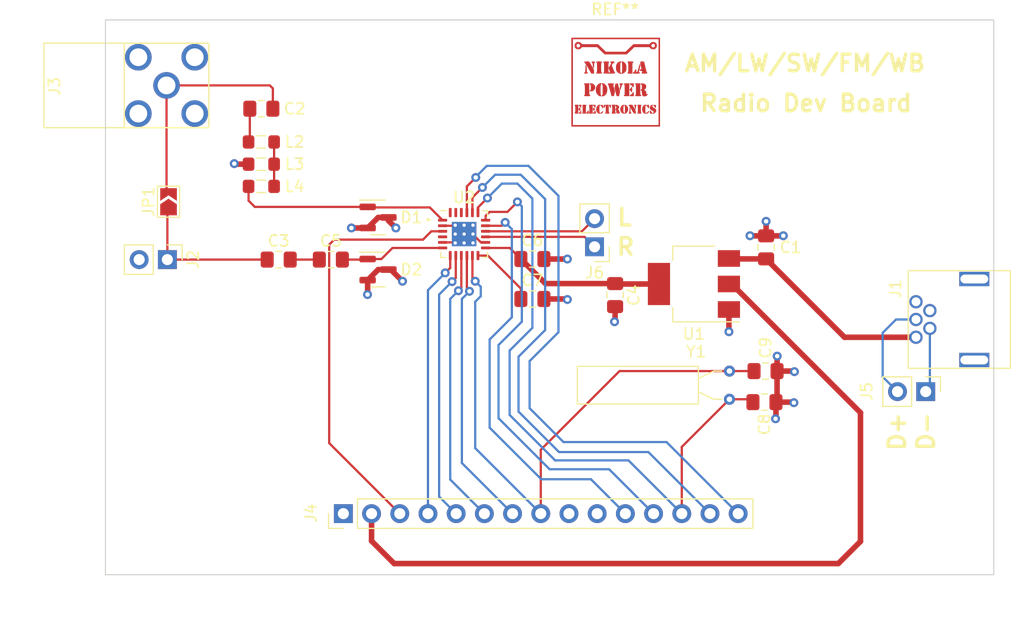
<source format=kicad_pcb>
(kicad_pcb (version 20211014) (generator pcbnew)
  (layers (0 "F.Cu" signal) (1 "In1.Cu" signal) (2 "In2.Cu" signal) (31 "B.Cu" signal) (34 "B.Paste" user) (35 "F.Paste" user) (36 "B.SilkS" user "B.Silkscreen") (37 "F.SilkS" user "F.Silkscreen") (38 "B.Mask" user) (39 "F.Mask" user) (44 "Edge.Cuts" user))
  (net 0 "")
  (net 1 "GND")
  (net 2 "Net-(C2-Pad1)")
  (net 3 "Net-(C2-Pad2)")
  (net 4 "VDD")
  (net 5 "AMI")
  (net 6 "DCLK")
  (net 7 "RCLK")
  (net 8 "FMI")
  (net 9 "Net-(C1-Pad1)")
  (net 10 "Net-(C3-Pad1)")
  (net 13 "AGC")
  (net 14 "RST")
  (net 15 "SEN")
  (net 16 "SCL")
  (net 17 "SDA")
  (net 18 "AGC2")
  (net 19 "INT")
  (net 20 "DOUT")
  (net 21 "DFS")
  (net 22 "LOUT")
  (net 23 "ROUT")
  (net 24 "Net-(L2-Pad2)")
  (net 25 "Net-(U2-Pad22)")
  (net 26 "Net-(C3-Pad2)")
  (net 27 "Net-(J1-Pad2)")
  (net 28 "Net-(J1-Pad3)")
  (footprint "Jumper:SolderJumper-2_P1.3mm_Open_TrianglePad1.0x1.5mm" (layer "F.Cu") (at 106.68 74.385 90)
    (fp_text reference "JP1")
    (fp_text value "SolderJumper_2_Open")
  )
  (footprint "Package_TO_SOT_SMD:SOT-23" (layer "F.Cu") (at 125.55 75.8)
    (fp_text reference "D1")
    (fp_text value "CM1213A-01SO")
  )
  (footprint "Package_TO_SOT_SMD:SOT-23" (layer "F.Cu") (at 125.55 80.5)
    (fp_text reference "D2")
    (fp_text value "CM1213A-01SO")
  )
  (footprint "Capacitor_SMD:C_0805_2012Metric_Pad1.18x1.45mm_HandSolder" (layer "F.Cu") (at 160.5 78.5 90)
    (fp_text reference "C1")
    (fp_text value "100uf")
  )
  (footprint "Connector_PinHeader_2.54mm:PinHeader_1x02_P2.54mm_Vertical" (layer "F.Cu") (at 106.575 79.6 -90)
    (fp_text reference "J2")
    (fp_text value "AM ANT")
  )
  (footprint "Connector-USB:54-00019" (layer "F.Cu") (at 174 85)
    (fp_text reference "J1")
    (fp_text value "USB_B_Mini")
  )
  (footprint "Package_TO_SOT_SMD:SOT-223-3_TabPin2" (layer "F.Cu") (at 154 81.8 180)
    (fp_text reference "U1")
    (fp_text value "AMS1117-3.3")
  )
  (footprint "Capacitor_SMD:C_0805_2012Metric_Pad1.18x1.45mm_HandSolder" (layer "F.Cu") (at 139.45 83.15)
    (fp_text reference "C7")
    (fp_text value "100uf")
  )
  (footprint "Capacitor_SMD:C_0805_2012Metric_Pad1.18x1.45mm_HandSolder" (layer "F.Cu") (at 115.0375 66 180)
    (fp_text reference "C2")
    (fp_text value "18pf")
  )
  (footprint "Connector_PinHeader_2.54mm:PinHeader_1x15_P2.54mm_Vertical" (layer "F.Cu") (at 122.425 102.5 90)
    (fp_text reference "J4")
    (fp_text value "Interface Conn")
  )
  (footprint "Capacitor_SMD:C_0805_2012Metric_Pad1.18x1.45mm_HandSolder" (layer "F.Cu") (at 160.45 89.65)
    (fp_text reference "C9")
    (fp_text value "18pf")
  )
  (footprint "Connector_PinHeader_2.54mm:PinHeader_1x02_P2.54mm_Vertical" (layer "F.Cu") (at 174.875 91.5 -90)
    (fp_text reference "J5")
    (fp_text value "USB IN")
  )
  (footprint "Inductor_SMD:L_0805_2012Metric_Pad1.05x1.20mm_HandSolder" (layer "F.Cu") (at 115.0375 71 180)
    (fp_text reference "L3")
    (fp_text value "120nh")
  )
  (footprint "Inductor_SMD:L_0805_2012Metric_Pad1.05x1.20mm_HandSolder" (layer "F.Cu") (at 115.0375 69)
    (fp_text reference "L2")
    (fp_text value "100nh")
  )
  (footprint "Capacitor_SMD:C_0805_2012Metric_Pad1.18x1.45mm_HandSolder" (layer "F.Cu") (at 121.3 79.6)
    (fp_text reference "C5")
    (fp_text value "470nf")
  )
  (footprint "RF-Radio Receiver:SI474x" (layer "F.Cu") (at 133.3 77.3)
    (fp_text reference "U2")
    (fp_text value "SI4743")
  )
  (footprint "Crystal:Crystal_AT310_D3.0mm_L10.0mm_Horizontal" (layer "F.Cu") (at 157.2 89.65 -90)
    (fp_text reference "Y1")
    (fp_text value "32.768khz")
  )
  (footprint "Connector-RF:0731000114" (layer "F.Cu") (at 106.5 63.9 90)
    (fp_text reference "J3")
    (fp_text value "FM Ant.")
  )
  (footprint "Logos-User:Nikola_Power_Electronics_Copper_Logo" (layer "F.Cu") (at 146.9 57.55)
    (fp_text reference "REF**")
    (fp_text value "Nikola_Power_Electronics_Copper_Logo")
  )
  (footprint "Capacitor_SMD:C_0805_2012Metric_Pad1.18x1.45mm_HandSolder" (layer "F.Cu") (at 139.45 79.55)
    (fp_text reference "C6")
    (fp_text value "100uf")
  )
  (footprint "Capacitor_SMD:C_0805_2012Metric_Pad1.18x1.45mm_HandSolder" (layer "F.Cu") (at 116.6 79.6)
    (fp_text reference "C3")
    (fp_text value "33pf")
  )
  (footprint "Capacitor_SMD:C_0805_2012Metric_Pad1.18x1.45mm_HandSolder" (layer "F.Cu") (at 160.35 92.45)
    (fp_text reference "C8")
    (fp_text value "18pf")
  )
  (footprint "Inductor_SMD:L_0805_2012Metric_Pad1.05x1.20mm_HandSolder" (layer "F.Cu") (at 115.0375 73 180)
    (fp_text reference "L4")
    (fp_text value "150nh")
  )
  (footprint "Capacitor_SMD:C_0805_2012Metric_Pad1.18x1.45mm_HandSolder" (layer "F.Cu") (at 146.9 82.8 -90)
    (fp_text reference "C4")
    (fp_text value "100uf")
  )
  (footprint "Connector_PinHeader_2.54mm:PinHeader_1x02_P2.54mm_Vertical" (layer "F.Cu") (at 145.05 78.45 180)
    (fp_text reference "J6")
    (fp_text value "Analog Audio ")
  )
  (gr_line (start 181 105) (end 181 108) (layer "Edge.Cuts") (width 0.1))
  (gr_line (start 101 108) (end 101 105) (layer "Edge.Cuts") (width 0.1))
  (gr_line (start 101 105) (end 101 60) (layer "Edge.Cuts") (width 0.1))
  (gr_line (start 181 60) (end 181 105) (layer "Edge.Cuts") (width 0.1))
  (gr_line (start 101 58) (end 181 58) (layer "Edge.Cuts") (width 0.1))
  (gr_line (start 101 60) (end 101 58) (layer "Edge.Cuts") (width 0.1))
  (gr_line (start 181 108) (end 101 108) (layer "Edge.Cuts") (width 0.1))
  (gr_line (start 181 58) (end 181 60) (layer "Edge.Cuts") (width 0.1))
  (gr_text "Radio Dev Board" (at 164.1 65.5) (layer "F.SilkS") (effects (font (size 1.5 1.5) (thickness 0.3))))
  (gr_text "D-" (at 174.9 95.1 90) (layer "F.SilkS") (effects (font (size 1.5 1.5) (thickness 0.3))))
  (gr_text "AM/LW/SW/FM/WB" (at 164 61.9) (layer "F.SilkS") (effects (font (size 1.5 1.5) (thickness 0.3))))
  (gr_text "R" (at 147.85 78.45) (layer "F.SilkS") (effects (font (size 1.5 1.5) (thickness 0.3))))
  (gr_text "L" (at 147.75 75.8) (layer "F.SilkS") (effects (font (size 1.5 1.5) (thickness 0.3))))
  (gr_text "D+" (at 172.3 95.1 90) (layer "F.SilkS") (effects (font (size 1.5 1.5) (thickness 0.3))))
  (segment (start 134.063027 77.3) (end 133.3 77.3) (width 0.2) (layer "F.Cu") (net 1))
  (segment (start 126.7 80.5) (end 127.75 81.55) (width 0.5) (layer "F.Cu") (net 1))
  (segment (start 162.0375 77.4625) (end 162.05 77.45) (width 0.5) (layer "F.Cu") (net 1))
  (segment (start 112.65 71) (end 112.6 70.95) (width 0.5) (layer "F.Cu") (net 1))
  (segment (start 113.8875 71) (end 112.65 71) (width 0.5) (layer "F.Cu") (net 1))
  (segment (start 126.4875 80.5) (end 125.5625 80.5) (width 0.5) (layer "F.Cu") (net 1))
  (segment (start 132.55 76.55) (end 133.3 77.3) (width 0.2) (layer "F.Cu") (net 1))
  (segment (start 126.4875 75.8) (end 126.4875 76.0875) (width 0.5) (layer "F.Cu") (net 1))
  (segment (start 161.4875 89.65) (end 161.4875 92.35) (width 0.5) (layer "F.Cu") (net 1))
  (segment (start 142.55 83.15) (end 142.6 83.2) (width 0.5) (layer "F.Cu") (net 1))
  (segment (start 140.4875 83.15) (end 142.55 83.15) (width 0.5) (layer "F.Cu") (net 1))
  (segment (start 124.6125 82.7375) (end 124.6 82.75) (width 0.5) (layer "F.Cu") (net 1))
  (segment (start 140.4875 79.55) (end 142.6 79.55) (width 0.5) (layer "F.Cu") (net 1))
  (segment (start 125.5625 75.8) (end 124.6125 76.75) (width 0.5) (layer "F.Cu") (net 1))
  (segment (start 161.3875 92.45) (end 162.95 92.45) (width 0.5) (layer "F.Cu") (net 1))
  (segment (start 134.813027 78.05) (end 134.063027 77.3) (width 0.2) (layer "F.Cu") (net 1))
  (segment (start 160.5 77.4625) (end 160.5 76.15) (width 0.5) (layer "F.Cu") (net 1))
  (segment (start 131.3625 76.55) (end 132.55 76.55) (width 0.2) (layer "F.Cu") (net 1))
  (segment (start 160.5 77.4625) (end 162.0375 77.4625) (width 0.5) (layer "F.Cu") (net 1))
  (segment (start 124.6125 81.45) (end 124.6125 82.7375) (width 0.5) (layer "F.Cu") (net 1))
  (segment (start 124.6125 76.75) (end 123.15 76.75) (width 0.5) (layer "F.Cu") (net 1))
  (segment (start 161.3875 93.9125) (end 161.35 93.95) (width 0.5) (layer "F.Cu") (net 1))
  (segment (start 161.4875 89.65) (end 161.4875 88.3125) (width 0.5) (layer "F.Cu") (net 1))
  (segment (start 126.4875 76.0875) (end 127.15 76.75) (width 0.5) (layer "F.Cu") (net 1))
  (segment (start 146.9 83.8375) (end 146.9 85.15) (width 0.5) (layer "F.Cu") (net 1))
  (segment (start 161.4875 88.3125) (end 161.5 88.3) (width 0.5) (layer "F.Cu") (net 1))
  (segment (start 161.4875 92.35) (end 161.3875 92.45) (width 0.5) (layer "F.Cu") (net 1))
  (segment (start 161.4875 89.65) (end 163 89.65) (width 0.5) (layer "F.Cu") (net 1))
  (segment (start 159.0625 77.4625) (end 159.05 77.45) (width 0.5) (layer "F.Cu") (net 1))
  (segment (start 135.2375 78.05) (end 134.813027 78.05) (width 0.2) (layer "F.Cu") (net 1))
  (segment (start 125.5625 80.5) (end 124.6125 81.45) (width 0.5) (layer "F.Cu") (net 1))
  (segment (start 146.9 85.15) (end 146.85 85.2) (width 0.5) (layer "F.Cu") (net 1))
  (segment (start 161.3875 92.45) (end 161.3875 93.9125) (width 0.5) (layer "F.Cu") (net 1))
  (segment (start 163 89.65) (end 163.05 89.7) (width 0.5) (layer "F.Cu") (net 1))
  (segment (start 157.15 84.1) (end 157.15 86.1) (width 0.5) (layer "F.Cu") (net 1))
  (segment (start 126.4875 80.5) (end 126.7 80.5) (width 0.5) (layer "F.Cu") (net 1))
  (segment (start 132.55 78.05) (end 133.3 77.3) (width 0.2) (layer "F.Cu") (net 1))
  (segment (start 162.95 92.45) (end 163 92.5) (width 0.5) (layer "F.Cu") (net 1))
  (segment (start 131.3625 78.05) (end 132.55 78.05) (width 0.2) (layer "F.Cu") (net 1))
  (segment (start 126.4875 75.8) (end 125.5625 75.8) (width 0.5) (layer "F.Cu") (net 1))
  (segment (start 160.5 77.4625) (end 159.0625 77.4625) (width 0.5) (layer "F.Cu") (net 1))
  (via (at 123.15 76.75) (size 0.8) (drill 0.4) (layers "F.Cu" "B.Cu") (net 1))
  (via (at 146.85 85.2) (size 0.8) (drill 0.4) (layers "F.Cu" "B.Cu") (net 1))
  (via (at 142.6 83.2) (size 0.8) (drill 0.4) (layers "F.Cu" "B.Cu") (net 1))
  (via (at 112.6 70.95) (size 0.8) (drill 0.4) (layers "F.Cu" "B.Cu") (net 1))
  (via (at 163 92.5) (size 0.8) (drill 0.4) (layers "F.Cu" "B.Cu") (net 1))
  (via (at 127.75 81.55) (size 0.8) (drill 0.4) (layers "F.Cu" "B.Cu") (net 1))
  (via (at 157.15 86.1) (size 0.8) (drill 0.4) (layers "F.Cu" "B.Cu") (net 1))
  (via (at 127.15 76.75) (size 0.8) (drill 0.4) (layers "F.Cu" "B.Cu") (net 1))
  (via (at 161.35 93.95) (size 0.8) (drill 0.4) (layers "F.Cu" "B.Cu") (net 1))
  (via (at 163.05 89.7) (size 0.8) (drill 0.4) (layers "F.Cu" "B.Cu") (net 1))
  (via (at 142.6 79.55) (size 0.8) (drill 0.4) (layers "F.Cu" "B.Cu") (net 1))
  (via (at 124.6 82.75) (size 0.8) (drill 0.4) (layers "F.Cu" "B.Cu") (net 1))
  (via (at 159.05 77.45) (size 0.8) (drill 0.4) (layers "F.Cu" "B.Cu") (net 1))
  (via (at 162.05 77.45) (size 0.8) (drill 0.4) (layers "F.Cu" "B.Cu") (net 1))
  (via (at 161.5 88.3) (size 0.8) (drill 0.4) (layers "F.Cu" "B.Cu") (net 1))
  (via (at 160.5 76.15) (size 0.8) (drill 0.4) (layers "F.Cu" "B.Cu") (net 1))
  (segment (start 116.075 64.175) (end 115.8 63.9) (width 0.2) (layer "F.Cu") (net 2))
  (segment (start 115.8 63.9) (end 106.5 63.9) (width 0.2) (layer "F.Cu") (net 2))
  (segment (start 106.5 73.48) (end 106.68 73.66) (width 0.2) (layer "F.Cu") (net 2))
  (segment (start 116.075 66) (end 116.075 64.175) (width 0.2) (layer "F.Cu") (net 2))
  (segment (start 106.5 63.9) (end 106.5 73.48) (width 0.2) (layer "F.Cu") (net 2))
  (segment (start 114 66) (end 114 68.8875) (width 0.2) (layer "F.Cu") (net 3))
  (segment (start 114 68.8875) (end 113.8875 69) (width 0.2) (layer "F.Cu") (net 3))
  (segment (start 138.4125 82.2125) (end 138.4125 83.15) (width 0.2) (layer "F.Cu") (net 4))
  (segment (start 146.9375 81.8) (end 146.9 81.7625) (width 0.5) (layer "F.Cu") (net 4))
  (segment (start 146.9 81.7625) (end 140.625 81.7625) (width 0.5) (layer "F.Cu") (net 4))
  (segment (start 140.625 81.7625) (end 138.4125 79.55) (width 0.5) (layer "F.Cu") (net 4))
  (segment (start 157.4 81.8) (end 169 93.4) (width 0.5) (layer "F.Cu") (net 4))
  (segment (start 124.965 104.965) (end 124.965 102.5) (width 0.5) (layer "F.Cu") (net 4))
  (segment (start 137.4125 78.55) (end 138.4125 79.55) (width 0.2) (layer "F.Cu") (net 4))
  (segment (start 167 107) (end 127 107) (width 0.5) (layer "F.Cu") (net 4))
  (segment (start 135.4375 79.2375) (end 138.4125 82.2125) (width 0.2) (layer "F.Cu") (net 4))
  (segment (start 134.55 79.2375) (end 135.4375 79.2375) (width 0.2) (layer "F.Cu") (net 4))
  (segment (start 150.85 81.8) (end 146.9375 81.8) (width 0.5) (layer "F.Cu") (net 4))
  (segment (start 169 105) (end 167 107) (width 0.5) (layer "F.Cu") (net 4))
  (segment (start 135.2375 78.55) (end 137.4125 78.55) (width 0.2) (layer "F.Cu") (net 4))
  (segment (start 127 107) (end 124.965 104.965) (width 0.5) (layer "F.Cu") (net 4))
  (segment (start 157.15 81.8) (end 157.4 81.8) (width 0.5) (layer "F.Cu") (net 4))
  (segment (start 169 93.4) (end 169 105) (width 0.5) (layer "F.Cu") (net 4))
  (segment (start 124.5625 79.6) (end 124.6125 79.55) (width 0.2) (layer "F.Cu") (net 5))
  (segment (start 125.85 79.55) (end 124.6125 79.55) (width 0.2) (layer "F.Cu") (net 5))
  (segment (start 131.3625 78.55) (end 126.85 78.55) (width 0.2) (layer "F.Cu") (net 5))
  (segment (start 122.3375 79.6) (end 124.5625 79.6) (width 0.2) (layer "F.Cu") (net 5))
  (segment (start 126.85 78.55) (end 125.85 79.55) (width 0.2) (layer "F.Cu") (net 5))
  (segment (start 152.905 96.485) (end 157.2 92.19) (width 0.2) (layer "F.Cu") (net 6))
  (segment (start 134.55 74.9) (end 135.4 74.05) (width 0.2) (layer "F.Cu") (net 6))
  (segment (start 152.905 102.5) (end 152.905 96.485) (width 0.2) (layer "F.Cu") (net 6))
  (segment (start 157.2 92.19) (end 159.0525 92.19) (width 0.2) (layer "F.Cu") (net 6))
  (segment (start 134.55 75.3625) (end 134.55 74.9) (width 0.2) (layer "F.Cu") (net 6))
  (segment (start 159.0525 92.19) (end 159.3125 92.45) (width 0.2) (layer "F.Cu") (net 6))
  (via (at 135.4 74.05) (size 0.8) (drill 0.4) (layers "F.Cu" "B.Cu") (net 6))
  (segment (start 135.4 74.05) (end 136.7 72.75) (width 0.2) (layer "B.Cu") (net 6))
  (segment (start 139.45 74.1) (end 139.45 85.75) (width 0.2) (layer "B.Cu") (net 6))
  (segment (start 137.4 87.8) (end 137.4 93.6) (width 0.2) (layer "B.Cu") (net 6))
  (segment (start 138.1 72.75) (end 139.45 74.1) (width 0.2) (layer "B.Cu") (net 6))
  (segment (start 148.105 97.7) (end 152.905 102.5) (width 0.2) (layer "B.Cu") (net 6))
  (segment (start 141.5 97.7) (end 148.105 97.7) (width 0.2) (layer "B.Cu") (net 6))
  (segment (start 137.4 93.6) (end 141.5 97.7) (width 0.2) (layer "B.Cu") (net 6))
  (segment (start 139.45 85.75) (end 137.4 87.8) (width 0.2) (layer "B.Cu") (net 6))
  (segment (start 136.7 72.75) (end 138.1 72.75) (width 0.2) (layer "B.Cu") (net 6))
  (segment (start 140.205 102.5) (end 140.205 96.745) (width 0.2) (layer "F.Cu") (net 7))
  (segment (start 147.3 89.65) (end 157.2 89.65) (width 0.2) (layer "F.Cu") (net 7))
  (segment (start 134.05 81.3) (end 134.3 81.55) (width 0.2) (layer "F.Cu") (net 7))
  (segment (start 134.05 79.2375) (end 134.05 81.3) (width 0.2) (layer "F.Cu") (net 7))
  (segment (start 140.205 96.745) (end 147.3 89.65) (width 0.2) (layer "F.Cu") (net 7))
  (segment (start 157.2 89.65) (end 159.4125 89.65) (width 0.2) (layer "F.Cu") (net 7))
  (via (at 134.3 81.55) (size 0.8) (drill 0.4) (layers "F.Cu" "B.Cu") (net 7))
  (segment (start 134.3 96.595) (end 140.205 102.5) (width 0.2) (layer "B.Cu") (net 7))
  (segment (start 134.3 83.4) (end 134.3 96.595) (width 0.2) (layer "B.Cu") (net 7))
  (segment (start 134.3 81.55) (end 134.8 82.05) (width 0.2) (layer "B.Cu") (net 7))
  (segment (start 134.8 82.05) (end 134.8 82.9) (width 0.2) (layer "B.Cu") (net 7))
  (segment (start 134.8 82.9) (end 134.3 83.4) (width 0.2) (layer "B.Cu") (net 7))
  (segment (start 131.3625 76.05) (end 130.2125 74.9) (width 0.2) (layer "F.Cu") (net 8))
  (segment (start 114.45 74.85) (end 124.6125 74.85) (width 0.2) (layer "F.Cu") (net 8))
  (segment (start 130.2125 74.9) (end 124.6625 74.9) (width 0.2) (layer "F.Cu") (net 8))
  (segment (start 113.8875 74.2875) (end 114.45 74.85) (width 0.2) (layer "F.Cu") (net 8))
  (segment (start 113.8875 73) (end 113.8875 74.2875) (width 0.2) (layer "F.Cu") (net 8))
  (segment (start 124.6625 74.9) (end 124.6125 74.85) (width 0.2) (layer "F.Cu") (net 8))
  (segment (start 174 86.6) (end 167.5625 86.6) (width 0.5) (layer "F.Cu") (net 9))
  (segment (start 167.5625 86.6) (end 160.5 79.5375) (width 0.5) (layer "F.Cu") (net 9))
  (segment (start 160.5 79.5375) (end 157.1875 79.5375) (width 0.5) (layer "F.Cu") (net 9))
  (segment (start 157.1875 79.5375) (end 157.15 79.5) (width 0.5) (layer "F.Cu") (net 9))
  (segment (start 106.68 75.11) (end 106.575 75.215) (width 0.2) (layer "F.Cu") (net 10))
  (segment (start 106.575 75.215) (end 106.575 79.6) (width 0.2) (layer "F.Cu") (net 10))
  (segment (start 106.575 79.6) (end 115.5625 79.6) (width 0.2) (layer "F.Cu") (net 10))
  (segment (start 130.35 77.05) (end 129.6 77.8) (width 0.2) (layer "F.Cu") (net 13))
  (segment (start 129.6 77.8) (end 121.6 77.8) (width 0.2) (layer "F.Cu") (net 13))
  (segment (start 131.3625 77.05) (end 130.35 77.05) (width 0.2) (layer "F.Cu") (net 13))
  (segment (start 121.14952 96.14452) (end 127.505 102.5) (width 0.2) (layer "F.Cu") (net 13))
  (segment (start 121.14952 78.25048) (end 121.14952 96.14452) (width 0.2) (layer "F.Cu") (net 13))
  (segment (start 121.6 77.8) (end 121.14952 78.25048) (width 0.2) (layer "F.Cu") (net 13))
  (segment (start 132.05 79.2375) (end 132.05 80.35) (width 0.2) (layer "F.Cu") (net 14))
  (segment (start 132.05 80.35) (end 131.6 80.8) (width 0.2) (layer "F.Cu") (net 14))
  (via (at 131.6 80.8) (size 0.8) (drill 0.4) (layers "F.Cu" "B.Cu") (net 14))
  (segment (start 130.045 82.355) (end 130.045 102.5) (width 0.2) (layer "B.Cu") (net 14))
  (segment (start 131.6 80.8) (end 130.045 82.355) (width 0.2) (layer "B.Cu") (net 14))
  (segment (start 132.55 81.253441) (end 132.217514 81.585927) (width 0.2) (layer "F.Cu") (net 15))
  (segment (start 132.55 79.2375) (end 132.55 81.253441) (width 0.2) (layer "F.Cu") (net 15))
  (via (at 132.217514 81.585927) (size 0.8) (drill 0.4) (layers "F.Cu" "B.Cu") (net 15))
  (segment (start 131.05 82.75) (end 131.05 100.965) (width 0.2) (layer "B.Cu") (net 15))
  (segment (start 132.082104 81.717896) (end 131.05 82.75) (width 0.2) (layer "B.Cu") (net 15))
  (segment (start 132.085545 81.717896) (end 132.082104 81.717896) (width 0.2) (layer "B.Cu") (net 15))
  (segment (start 132.217514 81.585927) (end 132.085545 81.717896) (width 0.2) (layer "B.Cu") (net 15))
  (segment (start 131.05 100.965) (end 132.585 102.5) (width 0.2) (layer "B.Cu") (net 15))
  (segment (start 133.05 82.143723) (end 132.785056 82.408667) (width 0.2) (layer "F.Cu") (net 16))
  (segment (start 133.05 79.2375) (end 133.05 82.143723) (width 0.2) (layer "F.Cu") (net 16))
  (via (at 132.785056 82.408667) (size 0.8) (drill 0.4) (layers "F.Cu" "B.Cu") (net 16))
  (segment (start 135.125 102.5) (end 132.9125 100.2875) (width 0.2) (layer "B.Cu") (net 16))
  (segment (start 132.785056 82.408667) (end 132.05 83.143723) (width 0.2) (layer "B.Cu") (net 16))
  (segment (start 132.05 99.425) (end 132.9125 100.2875) (width 0.2) (layer "B.Cu") (net 16))
  (segment (start 132.05 83.143723) (end 132.05 99.425) (width 0.2) (layer "B.Cu") (net 16))
  (segment (start 133.55 82.222957) (end 133.783419 82.456376) (width 0.2) (layer "F.Cu") (net 17))
  (segment (start 133.55 79.2375) (end 133.55 82.222957) (width 0.2) (layer "F.Cu") (net 17))
  (via (at 133.783419 82.456376) (size 0.8) (drill 0.4) (layers "F.Cu" "B.Cu") (net 17))
  (segment (start 133.1 83.15) (end 133.1 97.935) (width 0.2) (layer "B.Cu") (net 17))
  (segment (start 133.783419 82.466581) (end 133.1 83.15) (width 0.2) (layer "B.Cu") (net 17))
  (segment (start 133.783419 82.456376) (end 133.783419 82.466581) (width 0.2) (layer "B.Cu") (net 17))
  (segment (start 133.1 97.935) (end 137.665 102.5) (width 0.2) (layer "B.Cu") (net 17))
  (segment (start 133.55 75.3625) (end 133.55 73) (width 0.2) (layer "F.Cu") (net 18))
  (segment (start 133.55 73) (end 134.35 72.2) (width 0.2) (layer "F.Cu") (net 18))
  (via (at 134.35 72.2) (size 0.8) (drill 0.4) (layers "F.Cu" "B.Cu") (net 18))
  (segment (start 139.1 71.15) (end 135.35 71.15) (width 0.2) (layer "B.Cu") (net 18))
  (segment (start 135.35 71.15) (end 134.35 72.15) (width 0.2) (layer "B.Cu") (net 18))
  (segment (start 141.8 86.15) (end 141.8 73.85) (width 0.2) (layer "B.Cu") (net 18))
  (segment (start 139.2 93) (end 139.2 88.75) (width 0.2) (layer "B.Cu") (net 18))
  (segment (start 134.35 72.15) (end 134.35 72.2) (width 0.2) (layer "B.Cu") (net 18))
  (segment (start 139.2 88.75) (end 141.8 86.15) (width 0.2) (layer "B.Cu") (net 18))
  (segment (start 151.535 96.05) (end 142.25 96.05) (width 0.2) (layer "B.Cu") (net 18))
  (segment (start 141.8 73.85) (end 139.1 71.15) (width 0.2) (layer "B.Cu") (net 18))
  (segment (start 157.985 102.5) (end 151.535 96.05) (width 0.2) (layer "B.Cu") (net 18))
  (segment (start 142.25 96.05) (end 139.2 93) (width 0.2) (layer "B.Cu") (net 18))
  (segment (start 134.05 74) (end 134.95 73.1) (width 0.2) (layer "F.Cu") (net 19))
  (segment (start 134.05 75.3625) (end 134.05 74) (width 0.2) (layer "F.Cu") (net 19))
  (via (at 134.95 73.1) (size 0.8) (drill 0.4) (layers "F.Cu" "B.Cu") (net 19))
  (segment (start 134.95 73.1) (end 136.1 71.95) (width 0.2) (layer "B.Cu") (net 19))
  (segment (start 140.6 85.95) (end 138.2 88.35) (width 0.2) (layer "B.Cu") (net 19))
  (segment (start 138.2 93.3) (end 141.85 96.95) (width 0.2) (layer "B.Cu") (net 19))
  (segment (start 141.85 96.95) (end 149.895 96.95) (width 0.2) (layer "B.Cu") (net 19))
  (segment (start 136.1 71.95) (end 138.4 71.95) (width 0.2) (layer "B.Cu") (net 19))
  (segment (start 138.2 88.35) (end 138.2 93.3) (width 0.2) (layer "B.Cu") (net 19))
  (segment (start 149.895 96.95) (end 155.445 102.5) (width 0.2) (layer "B.Cu") (net 19))
  (segment (start 138.4 71.95) (end 140.6 74.15) (width 0.2) (layer "B.Cu") (net 19))
  (segment (start 140.6 74.15) (end 140.6 85.95) (width 0.2) (layer "B.Cu") (net 19))
  (segment (start 136.7 76.55) (end 137 76.25) (width 0.2) (layer "F.Cu") (net 20))
  (segment (start 135.2375 76.55) (end 136.7 76.55) (width 0.2) (layer "F.Cu") (net 20))
  (via (at 137 76.25) (size 0.8) (drill 0.4) (layers "F.Cu" "B.Cu") (net 20))
  (segment (start 135.6 86.8) (end 135.6 94.75) (width 0.2) (layer "B.Cu") (net 20))
  (segment (start 137 76.25) (end 137.6 76.85) (width 0.2) (layer "B.Cu") (net 20))
  (segment (start 137.6 84.8) (end 135.6 86.8) (width 0.2) (layer "B.Cu") (net 20))
  (segment (start 135.6 94.75) (end 140.25 99.4) (width 0.2) (layer "B.Cu") (net 20))
  (segment (start 140.25 99.4) (end 144.725 99.4) (width 0.2) (layer "B.Cu") (net 20))
  (segment (start 144.725 99.4) (end 147.825 102.5) (width 0.2) (layer "B.Cu") (net 20))
  (segment (start 137.6 76.85) (end 137.6 84.8) (width 0.2) (layer "B.Cu") (net 20))
  (segment (start 138.1 74.4) (end 137.2 75.3) (width 0.2) (layer "F.Cu") (net 21))
  (segment (start 135.2375 75.6625) (end 135.2375 76.05) (width 0.2) (layer "F.Cu") (net 21))
  (segment (start 137.2 75.3) (end 135.6 75.3) (width 0.2) (layer "F.Cu") (net 21))
  (segment (start 135.6 75.3) (end 135.2375 75.6625) (width 0.2) (layer "F.Cu") (net 21))
  (via (at 138.1 74.4) (size 0.8) (drill 0.4) (layers "F.Cu" "B.Cu") (net 21))
  (segment (start 136.4 87.3) (end 138.5 85.2) (width 0.2) (layer "B.Cu") (net 21))
  (segment (start 138.5 85.2) (end 138.5 74.8) (width 0.2) (layer "B.Cu") (net 21))
  (segment (start 141 98.5) (end 136.4 93.9) (width 0.2) (layer "B.Cu") (net 21))
  (segment (start 136.4 93.9) (end 136.4 87.3) (width 0.2) (layer "B.Cu") (net 21))
  (segment (start 150.365 102.5) (end 146.365 98.5) (width 0.2) (layer "B.Cu") (net 21))
  (segment (start 138.5 74.8) (end 138.1 74.4) (width 0.2) (layer "B.Cu") (net 21))
  (segment (start 146.365 98.5) (end 141 98.5) (width 0.2) (layer "B.Cu") (net 21))
  (segment (start 135.2375 77.05) (end 143.91 77.05) (width 0.2) (layer "F.Cu") (net 22))
  (segment (start 143.91 77.05) (end 145.05 75.91) (width 0.2) (layer "F.Cu") (net 22))
  (segment (start 144.15 77.55) (end 145.05 78.45) (width 0.2) (layer "F.Cu") (net 23))
  (segment (start 135.2375 77.55) (end 144.15 77.55) (width 0.2) (layer "F.Cu") (net 23))
  (segment (start 116.1875 73) (end 116.1875 71) (width 0.2) (layer "F.Cu") (net 24))
  (segment (start 116.1875 69) (end 116.1875 71) (width 0.2) (layer "F.Cu") (net 24))
  (segment (start 117.6375 79.6) (end 120.2625 79.6) (width 0.2) (layer "F.Cu") (net 26))
  (segment (start 174.875 91.5) (end 175.25 91.125) (width 0.2) (layer "B.Cu") (net 27))
  (segment (start 175.25 91.125) (end 175.25 85.8) (width 0.2) (layer "B.Cu") (net 27))
  (segment (start 172.335 91.5) (end 171 90.165) (width 0.2) (layer "B.Cu") (net 28))
  (segment (start 171 90.165) (end 171 86.2) (width 0.2) (layer "B.Cu") (net 28))
  (segment (start 172.2 85) (end 174 85) (width 0.2) (layer "B.Cu") (net 28))
  (segment (start 171 86.2) (end 172.2 85) (width 0.2) (layer "B.Cu") (net 28))
)
</source>
